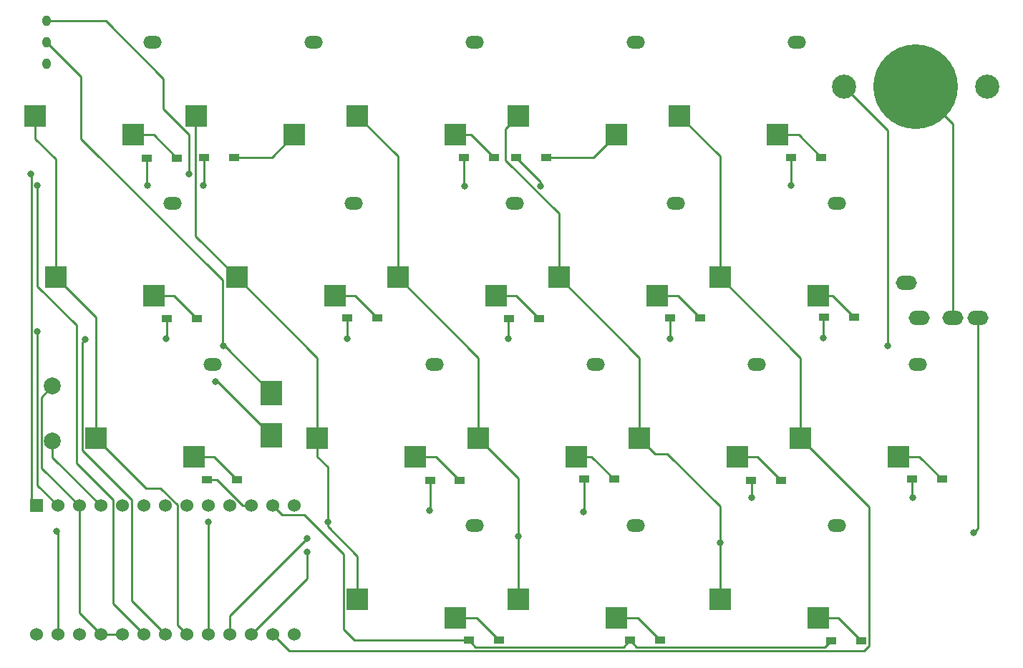
<source format=gbr>
%TF.GenerationSoftware,KiCad,Pcbnew,7.0.8*%
%TF.CreationDate,2024-11-10T08:48:31+09:00*%
%TF.ProjectId,cool937,636f6f6c-3933-4372-9e6b-696361645f70,rev?*%
%TF.SameCoordinates,Original*%
%TF.FileFunction,Copper,L2,Bot*%
%TF.FilePolarity,Positive*%
%FSLAX46Y46*%
G04 Gerber Fmt 4.6, Leading zero omitted, Abs format (unit mm)*
G04 Created by KiCad (PCBNEW 7.0.8) date 2024-11-10 08:48:31*
%MOMM*%
%LPD*%
G01*
G04 APERTURE LIST*
%TA.AperFunction,SMDPad,CuDef*%
%ADD10R,1.300000X0.950000*%
%TD*%
%TA.AperFunction,ComponentPad*%
%ADD11O,2.200000X1.500000*%
%TD*%
%TA.AperFunction,SMDPad,CuDef*%
%ADD12R,2.600000X2.600000*%
%TD*%
%TA.AperFunction,ComponentPad*%
%ADD13C,2.000000*%
%TD*%
%TA.AperFunction,ComponentPad*%
%ADD14O,2.500000X1.700000*%
%TD*%
%TA.AperFunction,SMDPad,CuDef*%
%ADD15R,2.600000X3.000000*%
%TD*%
%TA.AperFunction,ComponentPad*%
%ADD16O,1.000000X1.300000*%
%TD*%
%TA.AperFunction,ComponentPad*%
%ADD17C,2.850000*%
%TD*%
%TA.AperFunction,SMDPad,CuDef*%
%ADD18C,10.000000*%
%TD*%
%TA.AperFunction,ComponentPad*%
%ADD19C,1.524000*%
%TD*%
%TA.AperFunction,ComponentPad*%
%ADD20R,1.524000X1.524000*%
%TD*%
%TA.AperFunction,ViaPad*%
%ADD21C,0.800000*%
%TD*%
%TA.AperFunction,Conductor*%
%ADD22C,0.250000*%
%TD*%
G04 APERTURE END LIST*
D10*
%TO.P,D14,1,K*%
%TO.N,row1*%
X122945000Y-124960000D03*
%TO.P,D14,2,A*%
%TO.N,Net-(D14-A)*%
X126495000Y-124960000D03*
%TD*%
D11*
%TO.P,SW21,*%
%TO.N,*%
X68880000Y-130480000D03*
D12*
%TO.P,SW21,1,1*%
%TO.N,col0*%
X55030000Y-139180000D03*
%TO.P,SW21,2,2*%
%TO.N,Net-(D21-A)*%
X66630000Y-141380000D03*
%TD*%
D11*
%TO.P,SW15,*%
%TO.N,*%
X142690000Y-111420000D03*
D12*
%TO.P,SW15,1,1*%
%TO.N,col4*%
X128840000Y-120120000D03*
%TO.P,SW15,2,2*%
%TO.N,Net-(D15-A)*%
X140440000Y-122320000D03*
%TD*%
D10*
%TO.P,D15,1,K*%
%TO.N,row1*%
X141155000Y-124890000D03*
%TO.P,D15,2,A*%
%TO.N,Net-(D15-A)*%
X144705000Y-124890000D03*
%TD*%
D11*
%TO.P,SW33,*%
%TO.N,*%
X118890000Y-149530000D03*
D12*
%TO.P,SW33,1,1*%
%TO.N,col2*%
X105040000Y-158230000D03*
%TO.P,SW33,2,2*%
%TO.N,Net-(D33-A)*%
X116640000Y-160430000D03*
%TD*%
D10*
%TO.P,D21,1,K*%
%TO.N,row2*%
X68205000Y-144100000D03*
%TO.P,D21,2,A*%
%TO.N,Net-(D21-A)*%
X71755000Y-144100000D03*
%TD*%
%TO.P,D13,1,K*%
%TO.N,row1*%
X103915000Y-125030000D03*
%TO.P,D13,2,A*%
%TO.N,Net-(D13-A)*%
X107465000Y-125030000D03*
%TD*%
D11*
%TO.P,SW4,*%
%TO.N,*%
X118890000Y-92370000D03*
D12*
%TO.P,SW4,1,1*%
%TO.N,col3*%
X105040000Y-101070000D03*
%TO.P,SW4,2,2*%
%TO.N,Net-(D4-A)*%
X116640000Y-103270000D03*
%TD*%
D11*
%TO.P,SW3,*%
%TO.N,*%
X99840000Y-92370000D03*
D12*
%TO.P,SW3,1,1*%
%TO.N,col2*%
X85990000Y-101070000D03*
%TO.P,SW3,2,2*%
%TO.N,Net-(D3-A)*%
X97590000Y-103270000D03*
%TD*%
D13*
%TO.P,SW41,1,1*%
%TO.N,Net-(U2-BOOT(RST))*%
X49920000Y-139480000D03*
%TO.P,SW41,2,2*%
%TO.N,GND*%
X49920000Y-132980000D03*
%TD*%
D10*
%TO.P,D25,1,K*%
%TO.N,row2*%
X151575000Y-144030000D03*
%TO.P,D25,2,A*%
%TO.N,Net-(D25-A)*%
X155125000Y-144030000D03*
%TD*%
%TO.P,D34,1,K*%
%TO.N,row3*%
X142005000Y-163140000D03*
%TO.P,D34,2,A*%
%TO.N,Net-(D34-A)*%
X145555000Y-163140000D03*
%TD*%
D11*
%TO.P,SW1,*%
%TO.N,*%
X61740000Y-92370000D03*
D12*
%TO.P,SW1,1,1*%
%TO.N,col0*%
X47890000Y-101070000D03*
%TO.P,SW1,2,2*%
%TO.N,Net-(D1-A)*%
X59490000Y-103270000D03*
%TD*%
D10*
%TO.P,D24,1,K*%
%TO.N,row2*%
X132560000Y-144150000D03*
%TO.P,D24,2,A*%
%TO.N,Net-(D24-A)*%
X136110000Y-144150000D03*
%TD*%
%TO.P,D12,1,K*%
%TO.N,row1*%
X84775000Y-124920000D03*
%TO.P,D12,2,A*%
%TO.N,Net-(D12-A)*%
X88325000Y-124920000D03*
%TD*%
D11*
%TO.P,SW25,*%
%TO.N,*%
X152240000Y-130450000D03*
D12*
%TO.P,SW25,1,1*%
%TO.N,col4*%
X138390000Y-139150000D03*
%TO.P,SW25,2,2*%
%TO.N,Net-(D25-A)*%
X149990000Y-141350000D03*
%TD*%
D11*
%TO.P,SW23,*%
%TO.N,*%
X114140000Y-130450000D03*
D12*
%TO.P,SW23,1,1*%
%TO.N,col2*%
X100290000Y-139150000D03*
%TO.P,SW23,2,2*%
%TO.N,Net-(D23-A)*%
X111890000Y-141350000D03*
%TD*%
D10*
%TO.P,D11,1,K*%
%TO.N,row1*%
X63425000Y-124990000D03*
%TO.P,D11,2,A*%
%TO.N,Net-(D11-A)*%
X66975000Y-124990000D03*
%TD*%
D11*
%TO.P,SW2,*%
%TO.N,*%
X80790000Y-92370000D03*
D12*
%TO.P,SW2,1,1*%
%TO.N,col1*%
X66940000Y-101070000D03*
%TO.P,SW2,2,2*%
%TO.N,Net-(D2-A)*%
X78540000Y-103270000D03*
%TD*%
D10*
%TO.P,D5,1,K*%
%TO.N,row0*%
X137275000Y-105940000D03*
%TO.P,D5,2,A*%
%TO.N,Net-(D5-A)*%
X140825000Y-105940000D03*
%TD*%
D11*
%TO.P,SW11,*%
%TO.N,*%
X64120000Y-111430000D03*
D12*
%TO.P,SW11,1,1*%
%TO.N,col0*%
X50270000Y-120130000D03*
%TO.P,SW11,2,2*%
%TO.N,Net-(D11-A)*%
X61870000Y-122330000D03*
%TD*%
D11*
%TO.P,SW5,*%
%TO.N,*%
X137940000Y-92370000D03*
D12*
%TO.P,SW5,1,1*%
%TO.N,col4*%
X124090000Y-101070000D03*
%TO.P,SW5,2,2*%
%TO.N,Net-(D5-A)*%
X135690000Y-103270000D03*
%TD*%
D11*
%TO.P,SW32,*%
%TO.N,*%
X99840000Y-149530000D03*
D12*
%TO.P,SW32,1,1*%
%TO.N,col1*%
X85990000Y-158230000D03*
%TO.P,SW32,2,2*%
%TO.N,Net-(D32-A)*%
X97590000Y-160430000D03*
%TD*%
D10*
%TO.P,D1,1,K*%
%TO.N,row0*%
X61095000Y-106030000D03*
%TO.P,D1,2,A*%
%TO.N,Net-(D1-A)*%
X64645000Y-106030000D03*
%TD*%
D11*
%TO.P,SW12,*%
%TO.N,*%
X85540000Y-111420000D03*
D12*
%TO.P,SW12,1,1*%
%TO.N,col1*%
X71690000Y-120120000D03*
%TO.P,SW12,2,2*%
%TO.N,Net-(D12-A)*%
X83290000Y-122320000D03*
%TD*%
D10*
%TO.P,D33,1,K*%
%TO.N,row3*%
X118215000Y-163080000D03*
%TO.P,D33,2,A*%
%TO.N,Net-(D33-A)*%
X121765000Y-163080000D03*
%TD*%
%TO.P,D23,1,K*%
%TO.N,row2*%
X112765000Y-144010000D03*
%TO.P,D23,2,A*%
%TO.N,Net-(D23-A)*%
X116315000Y-144010000D03*
%TD*%
%TO.P,D32,1,K*%
%TO.N,row3*%
X99155000Y-163050000D03*
%TO.P,D32,2,A*%
%TO.N,Net-(D32-A)*%
X102705000Y-163050000D03*
%TD*%
D11*
%TO.P,SW22,*%
%TO.N,*%
X95090000Y-130450000D03*
D12*
%TO.P,SW22,1,1*%
%TO.N,col1*%
X81240000Y-139150000D03*
%TO.P,SW22,2,2*%
%TO.N,Net-(D22-A)*%
X92840000Y-141350000D03*
%TD*%
D11*
%TO.P,SW14,*%
%TO.N,*%
X123640000Y-111420000D03*
D12*
%TO.P,SW14,1,1*%
%TO.N,col3*%
X109790000Y-120120000D03*
%TO.P,SW14,2,2*%
%TO.N,Net-(D14-A)*%
X121390000Y-122320000D03*
%TD*%
D10*
%TO.P,D3,1,K*%
%TO.N,row0*%
X98560000Y-105970000D03*
%TO.P,D3,2,A*%
%TO.N,Net-(D3-A)*%
X102110000Y-105970000D03*
%TD*%
%TO.P,D4,1,K*%
%TO.N,row0*%
X104755000Y-106000000D03*
%TO.P,D4,2,A*%
%TO.N,Net-(D4-A)*%
X108305000Y-106000000D03*
%TD*%
D11*
%TO.P,SW24,*%
%TO.N,*%
X133190000Y-130450000D03*
D12*
%TO.P,SW24,1,1*%
%TO.N,col3*%
X119340000Y-139150000D03*
%TO.P,SW24,2,2*%
%TO.N,Net-(D24-A)*%
X130940000Y-141350000D03*
%TD*%
D10*
%TO.P,D22,1,K*%
%TO.N,row2*%
X94550000Y-144140000D03*
%TO.P,D22,2,A*%
%TO.N,Net-(D22-A)*%
X98100000Y-144140000D03*
%TD*%
D14*
%TO.P,J1,A*%
%TO.N,unconnected-(J1-PadA)*%
X150880000Y-120780000D03*
%TO.P,J1,B*%
%TO.N,data*%
X159380000Y-124980000D03*
%TO.P,J1,C*%
%TO.N,GND*%
X156380000Y-124980000D03*
%TO.P,J1,D*%
%TO.N,VCC*%
X152380000Y-124980000D03*
%TD*%
D10*
%TO.P,D2,1,K*%
%TO.N,row0*%
X67835000Y-105960000D03*
%TO.P,D2,2,A*%
%TO.N,Net-(D2-A)*%
X71385000Y-105960000D03*
%TD*%
D11*
%TO.P,SW13,*%
%TO.N,*%
X104590000Y-111420000D03*
D12*
%TO.P,SW13,1,1*%
%TO.N,col2*%
X90740000Y-120120000D03*
%TO.P,SW13,2,2*%
%TO.N,Net-(D13-A)*%
X102340000Y-122320000D03*
%TD*%
D11*
%TO.P,SW34,*%
%TO.N,*%
X142690000Y-149540000D03*
D12*
%TO.P,SW34,1,1*%
%TO.N,col3*%
X128840000Y-158240000D03*
%TO.P,SW34,2,2*%
%TO.N,Net-(D34-A)*%
X140440000Y-160440000D03*
%TD*%
D15*
%TO.P,C1,1*%
%TO.N,BAT+*%
X75830000Y-133840000D03*
%TO.P,C1,2*%
%TO.N,GND*%
X75830000Y-138840000D03*
%TD*%
D16*
%TO.P,SW42,1,1*%
%TO.N,Net-(U2-BAT)*%
X49220000Y-89850000D03*
%TO.P,SW42,2,2*%
%TO.N,BAT+*%
X49220000Y-92350000D03*
%TO.P,SW42,3*%
%TO.N,N/C*%
X49220000Y-94850000D03*
%TD*%
D17*
%TO.P,BT1,1,+*%
%TO.N,BAT+*%
X160440000Y-97600000D03*
X143540000Y-97600000D03*
D18*
%TO.P,BT1,2,-*%
%TO.N,GND*%
X151990000Y-97600000D03*
%TD*%
D19*
%TO.P,U2,1,PIN1*%
%TO.N,data*%
X50540000Y-162390000D03*
%TO.P,U2,2,PIN2*%
%TO.N,unconnected-(U2-PIN2-Pad2)*%
X53080000Y-162390000D03*
%TO.P,U2,3,GND*%
%TO.N,GND*%
X55620000Y-162390000D03*
%TO.P,U2,4,GND*%
X58160000Y-162390000D03*
%TO.P,U2,5,PIN5*%
%TO.N,row0*%
X60700000Y-162390000D03*
%TO.P,U2,6,PIN6*%
%TO.N,row1*%
X63240000Y-162390000D03*
%TO.P,U2,7,PIN7*%
%TO.N,col0*%
X65780000Y-162390000D03*
%TO.P,U2,8,PIN8*%
%TO.N,col1*%
X68320000Y-162390000D03*
%TO.P,U2,9,PIN9*%
%TO.N,col2*%
X70860000Y-162390000D03*
%TO.P,U2,10,PIN10*%
%TO.N,col3*%
X73400000Y-162390000D03*
%TO.P,U2,11,PIN11*%
%TO.N,col4*%
X75940000Y-162390000D03*
%TO.P,U2,12,PIN12*%
%TO.N,unconnected-(U2-PIN12-Pad12)*%
X78480000Y-162390000D03*
%TO.P,U2,13,PIN13*%
%TO.N,unconnected-(U2-PIN13-Pad13)*%
X78480000Y-147170000D03*
%TO.P,U2,14,PIN14*%
%TO.N,row3*%
X75940000Y-147170000D03*
%TO.P,U2,15,PIN15*%
%TO.N,row2*%
X73400000Y-147170000D03*
%TO.P,U2,16,PIN16*%
%TO.N,unconnected-(U2-PIN16-Pad16)*%
X70860000Y-147170000D03*
%TO.P,U2,17,PIN17*%
%TO.N,unconnected-(U2-PIN17-Pad17)*%
X68320000Y-147170000D03*
%TO.P,U2,18,PIN18*%
%TO.N,unconnected-(U2-PIN18-Pad18)*%
X65780000Y-147170000D03*
%TO.P,U2,19,PIN19*%
%TO.N,unconnected-(U2-PIN19-Pad19)*%
X63240000Y-147170000D03*
%TO.P,U2,20,PIN20*%
%TO.N,unconnected-(U2-PIN20-Pad20)*%
X60700000Y-147170000D03*
%TO.P,U2,21,+4.3V*%
%TO.N,unconnected-(U2-+4.3V-Pad21)*%
X58160000Y-147170000D03*
%TO.P,U2,22,BOOT(RST)*%
%TO.N,Net-(U2-BOOT(RST))*%
X55620000Y-147170000D03*
%TO.P,U2,23,GND*%
%TO.N,GND*%
X53080000Y-147170000D03*
%TO.P,U2,24,+5V*%
%TO.N,VCC*%
X50540000Y-147170000D03*
D20*
%TO.P,U2,25,BAT*%
%TO.N,Net-(U2-BAT)*%
X48000000Y-147170000D03*
D19*
%TO.P,U2,26*%
%TO.N,N/C*%
X48000000Y-162390000D03*
%TD*%
D21*
%TO.N,BAT+*%
X148710000Y-128260000D03*
X70090000Y-128270000D03*
%TO.N,VCC*%
X48129500Y-126590000D03*
%TO.N,GND*%
X69160000Y-132490000D03*
%TO.N,Net-(U2-BAT)*%
X66040000Y-107950000D03*
X47390000Y-107890000D03*
%TO.N,col1*%
X68320000Y-149050000D03*
X82462467Y-149100000D03*
%TO.N,data*%
X50430000Y-150170000D03*
%TO.N,row0*%
X48130000Y-109310000D03*
%TO.N,row1*%
X53810000Y-127460000D03*
%TO.N,data*%
X158850000Y-150360000D03*
%TO.N,col2*%
X80000000Y-151040000D03*
X105040000Y-150800000D03*
%TO.N,col3*%
X80050000Y-152670000D03*
X128840000Y-151570000D03*
%TO.N,row2*%
X94480000Y-147760000D03*
X112670000Y-147880000D03*
X132590000Y-146220000D03*
X151640000Y-146230000D03*
%TO.N,row1*%
X141090000Y-127290000D03*
X122960000Y-127370000D03*
X103850000Y-127400000D03*
X84800000Y-127400000D03*
X63390000Y-127380000D03*
%TO.N,row0*%
X61110000Y-109310000D03*
X67760000Y-109320000D03*
X98690000Y-109330000D03*
X107640000Y-109330000D03*
X137300000Y-109320000D03*
%TD*%
D22*
%TO.N,BAT+*%
X148710000Y-128260000D02*
X148710000Y-102770000D01*
X148710000Y-102770000D02*
X143540000Y-97600000D01*
X70260000Y-128270000D02*
X75830000Y-133840000D01*
X70090000Y-128270000D02*
X70260000Y-128270000D01*
X70090000Y-128100000D02*
X70090000Y-128270000D01*
%TO.N,VCC*%
X50540000Y-147170000D02*
X48129500Y-144759500D01*
X48129500Y-144759500D02*
X48129500Y-126590000D01*
%TO.N,GND*%
X69480000Y-132490000D02*
X69160000Y-132490000D01*
X75830000Y-138840000D02*
X69480000Y-132490000D01*
%TO.N,BAT+*%
X49220000Y-92350000D02*
X53315000Y-96445000D01*
X53315000Y-96445000D02*
X53315000Y-103745000D01*
X70065000Y-120495000D02*
X70065000Y-128075000D01*
X70065000Y-128075000D02*
X70090000Y-128100000D01*
X53315000Y-103745000D02*
X70065000Y-120495000D01*
%TO.N,Net-(U2-BAT)*%
X63015000Y-100204620D02*
X63015000Y-96645000D01*
X48000000Y-147170000D02*
X47405000Y-146575000D01*
X47405000Y-146575000D02*
X47405000Y-107905000D01*
X47405000Y-107905000D02*
X47390000Y-107890000D01*
X66040000Y-107950000D02*
X66040000Y-103229620D01*
X66040000Y-103229620D02*
X63015000Y-100204620D01*
X63015000Y-96645000D02*
X56220000Y-89850000D01*
X56220000Y-89850000D02*
X49220000Y-89850000D01*
%TO.N,col1*%
X82462467Y-149100000D02*
X82462467Y-149592467D01*
X68320000Y-162390000D02*
X68320000Y-149050000D01*
X82462467Y-142592467D02*
X82462467Y-149100000D01*
%TO.N,data*%
X50430000Y-150170000D02*
X50540000Y-150280000D01*
X50540000Y-150280000D02*
X50540000Y-162390000D01*
%TO.N,row3*%
X75940000Y-147170000D02*
X77027000Y-148257000D01*
X77027000Y-148257000D02*
X79697000Y-148257000D01*
X84330000Y-152890000D02*
X84330000Y-161760000D01*
X79697000Y-148257000D02*
X84330000Y-152890000D01*
X84330000Y-161760000D02*
X85620000Y-163050000D01*
X85620000Y-163050000D02*
X99155000Y-163050000D01*
%TO.N,col1*%
X81240000Y-139150000D02*
X81240000Y-141370000D01*
X81240000Y-141370000D02*
X82462467Y-142592467D01*
X85990000Y-153120000D02*
X85990000Y-158230000D01*
X82462467Y-149592467D02*
X85990000Y-153120000D01*
%TO.N,row0*%
X48150000Y-121230000D02*
X48150000Y-120150000D01*
X48150000Y-120150000D02*
X48150000Y-109330000D01*
X48150000Y-109330000D02*
X48130000Y-109310000D01*
%TO.N,col0*%
X50270000Y-120130000D02*
X50270000Y-106130000D01*
X47890000Y-103750000D02*
X47890000Y-101070000D01*
X50270000Y-106130000D02*
X47890000Y-103750000D01*
%TO.N,row0*%
X57073000Y-158763000D02*
X57073000Y-146467000D01*
X52730000Y-142124000D02*
X52730000Y-125810000D01*
X60700000Y-162390000D02*
X57073000Y-158763000D01*
X57073000Y-146467000D02*
X52730000Y-142124000D01*
X52730000Y-125810000D02*
X48150000Y-121230000D01*
%TO.N,row1*%
X53810000Y-127460000D02*
X53405000Y-127865000D01*
X53405000Y-127865000D02*
X53405000Y-140614620D01*
X53405000Y-140614620D02*
X59247000Y-146456620D01*
X59247000Y-146456620D02*
X59247000Y-158397000D01*
X59247000Y-158397000D02*
X63240000Y-162390000D01*
%TO.N,col0*%
X55030000Y-139180000D02*
X60940000Y-145090000D01*
X60940000Y-145090000D02*
X62690474Y-145090000D01*
X62690474Y-145090000D02*
X64680000Y-147079526D01*
X64680000Y-147079526D02*
X64680000Y-161290000D01*
X64680000Y-161290000D02*
X65780000Y-162390000D01*
%TO.N,data*%
X159380000Y-149830000D02*
X158850000Y-150360000D01*
X159380000Y-124980000D02*
X159380000Y-149830000D01*
%TO.N,GND*%
X151990000Y-97600000D02*
X156380000Y-101990000D01*
X156380000Y-101990000D02*
X156380000Y-124980000D01*
%TO.N,col2*%
X70860000Y-160180000D02*
X80000000Y-151040000D01*
X105040000Y-150800000D02*
X105040000Y-143900000D01*
X70860000Y-162390000D02*
X70860000Y-160180000D01*
X105040000Y-158230000D02*
X105040000Y-150800000D01*
%TO.N,col3*%
X80050000Y-155740000D02*
X80050000Y-152670000D01*
X73400000Y-162390000D02*
X80050000Y-155740000D01*
X128840000Y-151570000D02*
X128840000Y-147218597D01*
X128840000Y-158240000D02*
X128840000Y-151570000D01*
%TO.N,col4*%
X75940000Y-162390000D02*
X77890000Y-164340000D01*
X77890000Y-164340000D02*
X145939620Y-164340000D01*
X146530000Y-147290000D02*
X138390000Y-139150000D01*
X145939620Y-164340000D02*
X146530000Y-163749620D01*
X146530000Y-163749620D02*
X146530000Y-147290000D01*
%TO.N,GND*%
X55620000Y-162390000D02*
X58160000Y-162390000D01*
X53080000Y-147170000D02*
X53080000Y-159850000D01*
X53080000Y-159850000D02*
X55620000Y-162390000D01*
X49920000Y-132980000D02*
X48595000Y-134305000D01*
X48595000Y-142685000D02*
X53080000Y-147170000D01*
X48595000Y-134305000D02*
X48595000Y-142685000D01*
%TO.N,Net-(U2-BOOT(RST))*%
X49920000Y-139480000D02*
X49920000Y-141470000D01*
X49920000Y-141470000D02*
X55620000Y-147170000D01*
%TO.N,row2*%
X68205000Y-144100000D02*
X69320474Y-144100000D01*
X69320474Y-144100000D02*
X72390474Y-147170000D01*
X72390474Y-147170000D02*
X73400000Y-147170000D01*
X94480000Y-147760000D02*
X94550000Y-147690000D01*
X94550000Y-147690000D02*
X94550000Y-144140000D01*
X112765000Y-147785000D02*
X112765000Y-144010000D01*
X112670000Y-147880000D02*
X112765000Y-147785000D01*
X151575000Y-144030000D02*
X151575000Y-146165000D01*
X151575000Y-146165000D02*
X151640000Y-146230000D01*
X132590000Y-146220000D02*
X132590000Y-144180000D01*
X132590000Y-144180000D02*
X132560000Y-144150000D01*
%TO.N,row1*%
X141090000Y-127290000D02*
X141090000Y-124955000D01*
X141090000Y-124955000D02*
X141155000Y-124890000D01*
X122960000Y-127370000D02*
X122960000Y-124975000D01*
X122960000Y-124975000D02*
X122945000Y-124960000D01*
X103850000Y-127400000D02*
X103850000Y-125095000D01*
X103850000Y-125095000D02*
X103915000Y-125030000D01*
X63425000Y-124990000D02*
X63425000Y-127345000D01*
X84800000Y-124945000D02*
X84775000Y-124920000D01*
X63425000Y-127345000D02*
X63390000Y-127380000D01*
X84800000Y-127400000D02*
X84800000Y-124945000D01*
%TO.N,row0*%
X61095000Y-109295000D02*
X61095000Y-106030000D01*
X61110000Y-109310000D02*
X61095000Y-109295000D01*
X67760000Y-109320000D02*
X67835000Y-109245000D01*
X67835000Y-109245000D02*
X67835000Y-105960000D01*
X98560000Y-109200000D02*
X98560000Y-105970000D01*
X98690000Y-109330000D02*
X98560000Y-109200000D01*
X107640000Y-108885000D02*
X104755000Y-106000000D01*
X137275000Y-105940000D02*
X137275000Y-109295000D01*
X137275000Y-109295000D02*
X137300000Y-109320000D01*
X107640000Y-109330000D02*
X107640000Y-108885000D01*
%TO.N,col0*%
X55030000Y-139180000D02*
X55030000Y-124890000D01*
X55030000Y-124890000D02*
X50270000Y-120130000D01*
%TO.N,col1*%
X71690000Y-120120000D02*
X66860000Y-115290000D01*
X66860000Y-115290000D02*
X66860000Y-101150000D01*
X66860000Y-101150000D02*
X66940000Y-101070000D01*
X81240000Y-139150000D02*
X81240000Y-129670000D01*
X81240000Y-129670000D02*
X71690000Y-120120000D01*
%TO.N,col2*%
X105040000Y-143900000D02*
X100290000Y-139150000D01*
X100290000Y-139150000D02*
X100290000Y-129670000D01*
X100290000Y-129670000D02*
X90740000Y-120120000D01*
X90740000Y-120120000D02*
X90740000Y-105820000D01*
X90740000Y-105820000D02*
X85990000Y-101070000D01*
%TO.N,col3*%
X109790000Y-112619620D02*
X103490000Y-106319620D01*
X109790000Y-120120000D02*
X109790000Y-112619620D01*
X103490000Y-102620000D02*
X105040000Y-101070000D01*
X103490000Y-106319620D02*
X103490000Y-102620000D01*
X119340000Y-139150000D02*
X119340000Y-129670000D01*
X119340000Y-129670000D02*
X109790000Y-120120000D01*
X128840000Y-147218597D02*
X122646403Y-141025000D01*
X122646403Y-141025000D02*
X121215000Y-141025000D01*
X121215000Y-141025000D02*
X119340000Y-139150000D01*
%TO.N,col4*%
X138390000Y-139150000D02*
X138390000Y-129670000D01*
X138390000Y-129670000D02*
X128840000Y-120120000D01*
X128840000Y-120120000D02*
X128840000Y-105820000D01*
X128840000Y-105820000D02*
X124090000Y-101070000D01*
%TO.N,row3*%
X118215000Y-163080000D02*
X117445000Y-163850000D01*
X117445000Y-163850000D02*
X99955000Y-163850000D01*
X99955000Y-163850000D02*
X99155000Y-163050000D01*
X142005000Y-163140000D02*
X141265000Y-163880000D01*
X141265000Y-163880000D02*
X119015000Y-163880000D01*
X119015000Y-163880000D02*
X118215000Y-163080000D01*
%TO.N,Net-(D34-A)*%
X140440000Y-160440000D02*
X142855000Y-160440000D01*
X142855000Y-160440000D02*
X145555000Y-163140000D01*
%TO.N,Net-(D33-A)*%
X116640000Y-160430000D02*
X119115000Y-160430000D01*
X119115000Y-160430000D02*
X121765000Y-163080000D01*
%TO.N,Net-(D32-A)*%
X97590000Y-160430000D02*
X100085000Y-160430000D01*
X100085000Y-160430000D02*
X102705000Y-163050000D01*
%TO.N,Net-(D21-A)*%
X66630000Y-141380000D02*
X69035000Y-141380000D01*
X69035000Y-141380000D02*
X71755000Y-144100000D01*
%TO.N,Net-(D22-A)*%
X92840000Y-141350000D02*
X95310000Y-141350000D01*
X95310000Y-141350000D02*
X98100000Y-144140000D01*
%TO.N,Net-(D23-A)*%
X111890000Y-141350000D02*
X113655000Y-141350000D01*
X113655000Y-141350000D02*
X116315000Y-144010000D01*
%TO.N,Net-(D24-A)*%
X130940000Y-141350000D02*
X133310000Y-141350000D01*
X133310000Y-141350000D02*
X136110000Y-144150000D01*
%TO.N,Net-(D25-A)*%
X149990000Y-141350000D02*
X152445000Y-141350000D01*
X152445000Y-141350000D02*
X155125000Y-144030000D01*
%TO.N,Net-(D15-A)*%
X140440000Y-122320000D02*
X142135000Y-122320000D01*
X142135000Y-122320000D02*
X144705000Y-124890000D01*
%TO.N,Net-(D14-A)*%
X121390000Y-122320000D02*
X123855000Y-122320000D01*
X123855000Y-122320000D02*
X126495000Y-124960000D01*
%TO.N,Net-(D13-A)*%
X102340000Y-122320000D02*
X104755000Y-122320000D01*
X104755000Y-122320000D02*
X107465000Y-125030000D01*
%TO.N,Net-(D12-A)*%
X83290000Y-122320000D02*
X85725000Y-122320000D01*
X85725000Y-122320000D02*
X88325000Y-124920000D01*
%TO.N,Net-(D11-A)*%
X61870000Y-122330000D02*
X64315000Y-122330000D01*
X64315000Y-122330000D02*
X66975000Y-124990000D01*
%TO.N,Net-(D1-A)*%
X59490000Y-103270000D02*
X61885000Y-103270000D01*
X61885000Y-103270000D02*
X64645000Y-106030000D01*
%TO.N,Net-(D2-A)*%
X78540000Y-103270000D02*
X75850000Y-105960000D01*
X75850000Y-105960000D02*
X71385000Y-105960000D01*
%TO.N,Net-(D3-A)*%
X97590000Y-103270000D02*
X99410000Y-103270000D01*
X99410000Y-103270000D02*
X102110000Y-105970000D01*
%TO.N,Net-(D4-A)*%
X116640000Y-103270000D02*
X113910000Y-106000000D01*
X113910000Y-106000000D02*
X108305000Y-106000000D01*
%TO.N,Net-(D5-A)*%
X135690000Y-103270000D02*
X138155000Y-103270000D01*
X138155000Y-103270000D02*
X140825000Y-105940000D01*
%TD*%
M02*

</source>
